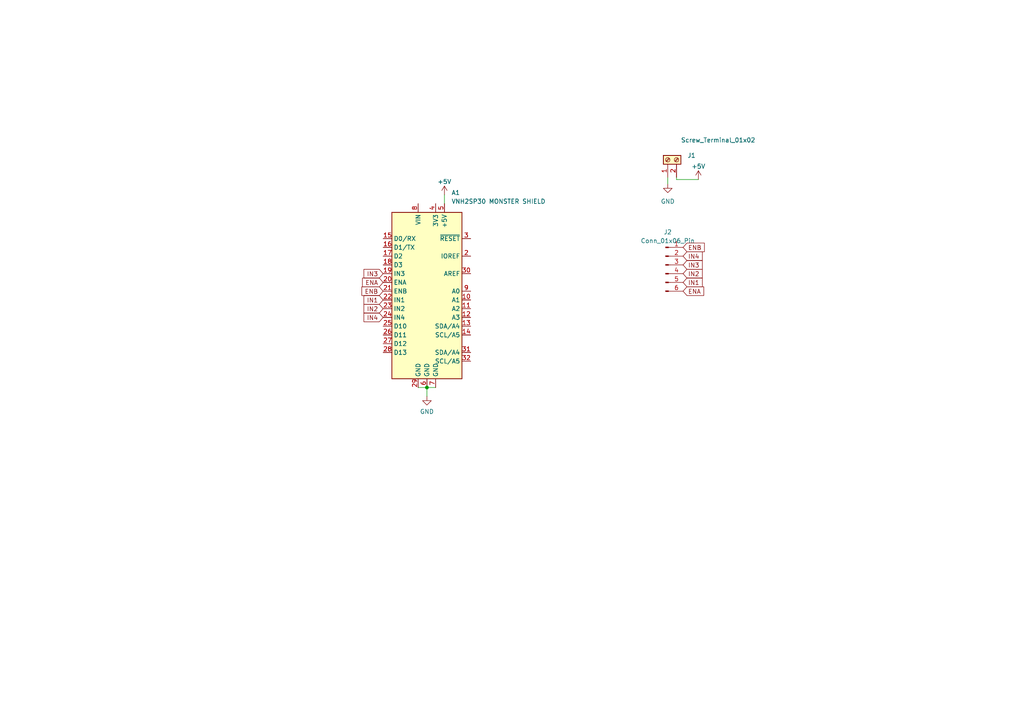
<source format=kicad_sch>
(kicad_sch (version 20230121) (generator eeschema)
  (paper "A4")
  (lib_symbols
    (symbol "Connector:Conn_01x06_Pin" (pin_names (offset 1.016) hide)
      (property "Reference" "J" (at 0 7.62 0))
      (property "Value" "Conn_01x06_Pin" (at 0 -10.16 0))
      (symbol "Conn_01x06_Pin_1_1"
        (polyline (pts (xy 1.27 -7.62) (xy 0.8636 -7.62)) (stroke (width 0.1524)))
        (polyline (pts (xy 1.27 -5.08) (xy 0.8636 -5.08)) (stroke (width 0.1524)))
        (polyline (pts (xy 1.27 -2.54) (xy 0.8636 -2.54)) (stroke (width 0.1524)))
        (polyline (pts (xy 1.27 0) (xy 0.8636 0)) (stroke (width 0.1524)))
        (polyline (pts (xy 1.27 2.54) (xy 0.8636 2.54)) (stroke (width 0.1524)))
        (polyline (pts (xy 1.27 5.08) (xy 0.8636 5.08)) (stroke (width 0.1524)))
        (rectangle (start 0.8636 -7.493) (end 0 -7.747) (stroke (width 0.1524)) (fill (type outline)))
        (rectangle (start 0.8636 -4.953) (end 0 -5.207) (stroke (width 0.1524)) (fill (type outline)))
        (rectangle (start 0.8636 -2.413) (end 0 -2.667) (stroke (width 0.1524)) (fill (type outline)))
        (rectangle (start 0.8636 0.127) (end 0 -0.127) (stroke (width 0.1524)) (fill (type outline)))
        (rectangle (start 0.8636 2.667) (end 0 2.413) (stroke (width 0.1524)) (fill (type outline)))
        (rectangle (start 0.8636 5.207) (end 0 4.953) (stroke (width 0.1524)) (fill (type outline)))
        (pin passive line (at 5.08 5.08 180) (length 3.81) (name "Pin_1") (number "1"))
        (pin passive line (at 5.08 2.54 180) (length 3.81) (name "Pin_2") (number "2"))
        (pin passive line (at 5.08 0 180) (length 3.81) (name "Pin_3") (number "3"))
        (pin passive line (at 5.08 -2.54 180) (length 3.81) (name "Pin_4") (number "4"))
        (pin passive line (at 5.08 -5.08 180) (length 3.81) (name "Pin_5") (number "5"))
        (pin passive line (at 5.08 -7.62 180) (length 3.81) (name "Pin_6") (number "6"))
      )
    )
    (symbol "Connector:Screw_Terminal_01x02" (pin_names (offset 1.016) hide)
      (property "Reference" "J" (at 0 2.54 0))
      (property "Value" "Screw_Terminal_01x02" (at 0 -5.08 0))
      (symbol "Screw_Terminal_01x02_1_1"
        (rectangle (start -1.27 1.27) (end 1.27 -3.81) (stroke (width 0.254)) (fill (type background)))
        (circle (center 0 -2.54) (radius 0.635) (stroke (width 0.1524)))
        (polyline (pts (xy -0.5334 -2.2098) (xy 0.3302 -3.048)) (stroke (width 0.1524)))
        (polyline (pts (xy -0.5334 0.3302) (xy 0.3302 -0.508)) (stroke (width 0.1524)))
        (polyline (pts (xy -0.3556 -2.032) (xy 0.508 -2.8702)) (stroke (width 0.1524)))
        (polyline (pts (xy -0.3556 0.508) (xy 0.508 -0.3302)) (stroke (width 0.1524)))
        (circle (center 0 0) (radius 0.635) (stroke (width 0.1524)))
        (pin passive line (at -5.08 0 0) (length 3.81) (name "Pin_1") (number "1"))
        (pin passive line (at -5.08 -2.54 0) (length 3.81) (name "Pin_2") (number "2"))
      )
    )
    (symbol "MCU_Module:Arduino_UNO_R3"
      (property "Reference" "A1" (at 7.0994 28.575 0))
      (property "Value" "VNH2SP30 MONSTER SHIELD" (at 7.0994 26.035 0))
      (symbol "Arduino_UNO_R3_0_1"
        (rectangle (start -10.16 22.86) (end 10.16 -25.4) (stroke (width 0.254)) (fill (type background)))
      )
      (symbol "Arduino_UNO_R3_1_1"
        (pin no_connect line (at -10.16 -20.32 0) (length 2.54) hide (name "NC") (number "1"))
        (pin bidirectional line (at 12.7 -2.54 180) (length 2.54) (name "A1") (number "10"))
        (pin bidirectional line (at 12.7 -5.08 180) (length 2.54) (name "A2") (number "11"))
        (pin bidirectional line (at 12.7 -7.62 180) (length 2.54) (name "A3") (number "12"))
        (pin bidirectional line (at 12.7 -10.16 180) (length 2.54) (name "SDA/A4") (number "13"))
        (pin bidirectional line (at 12.7 -12.7 180) (length 2.54) (name "SCL/A5") (number "14"))
        (pin bidirectional line (at -12.7 15.24 0) (length 2.54) (name "D0/RX") (number "15"))
        (pin bidirectional line (at -12.7 12.7 0) (length 2.54) (name "D1/TX") (number "16"))
        (pin bidirectional line (at -12.7 10.16 0) (length 2.54) (name "D2") (number "17"))
        (pin bidirectional line (at -12.7 7.62 0) (length 2.54) (name "D3") (number "18"))
        (pin bidirectional line (at -12.7 5.08 0) (length 2.54) (name "IN3") (number "19"))
        (pin output line (at 12.7 10.16 180) (length 2.54) (name "IOREF") (number "2"))
        (pin bidirectional line (at -12.7 2.54 0) (length 2.54) (name "ENA") (number "20"))
        (pin bidirectional line (at -12.7 0 0) (length 2.54) (name "ENB") (number "21"))
        (pin bidirectional line (at -12.7 -2.54 0) (length 2.54) (name "IN1") (number "22"))
        (pin bidirectional line (at -12.7 -5.08 0) (length 2.54) (name "IN2") (number "23"))
        (pin bidirectional line (at -12.7 -7.62 0) (length 2.54) (name "IN4") (number "24"))
        (pin bidirectional line (at -12.7 -10.16 0) (length 2.54) (name "D10") (number "25"))
        (pin bidirectional line (at -12.7 -12.7 0) (length 2.54) (name "D11") (number "26"))
        (pin bidirectional line (at -12.7 -15.24 0) (length 2.54) (name "D12") (number "27"))
        (pin bidirectional line (at -12.7 -17.78 0) (length 2.54) (name "D13") (number "28"))
        (pin power_in line (at -2.54 -27.94 90) (length 2.54) (name "GND") (number "29"))
        (pin input line (at 12.7 15.24 180) (length 2.54) (name "~{RESET}") (number "3"))
        (pin input line (at 12.7 5.08 180) (length 2.54) (name "AREF") (number "30"))
        (pin bidirectional line (at 12.7 -17.78 180) (length 2.54) (name "SDA/A4") (number "31"))
        (pin bidirectional line (at 12.7 -20.32 180) (length 2.54) (name "SCL/A5") (number "32"))
        (pin power_out line (at 2.54 25.4 270) (length 2.54) (name "3V3") (number "4"))
        (pin power_out line (at 5.08 25.4 270) (length 2.54) (name "+5V") (number "5"))
        (pin power_in line (at 0 -27.94 90) (length 2.54) (name "GND") (number "6"))
        (pin power_in line (at 2.54 -27.94 90) (length 2.54) (name "GND") (number "7"))
        (pin power_in line (at -2.54 25.4 270) (length 2.54) (name "VIN") (number "8"))
        (pin bidirectional line (at 12.7 0 180) (length 2.54) (name "A0") (number "9"))
      )
    )
    (symbol "power:+5V" (power) (pin_names (offset 0))
      (property "Value" "+5V" (at 0 3.556 0))
      (symbol "+5V_0_1"
        (polyline (pts (xy -0.762 1.27) (xy 0 2.54)))
        (polyline (pts (xy 0 0) (xy 0 2.54)))
        (polyline (pts (xy 0 2.54) (xy 0.762 1.27)))
      )
      (symbol "+5V_1_1"
        (pin power_in line (at 0 0 90) (length 0) hide (name "+5V") (number "1"))
      )
    )
    (symbol "power:GND" (power) (pin_names (offset 0))
      (property "Value" "GND" (at 0 -3.81 0))
      (symbol "GND_0_1"
        (polyline (pts (xy 0 0) (xy 0 -1.27) (xy 1.27 -1.27) (xy 0 -2.54) (xy -1.27 -1.27) (xy 0 -1.27)))
      )
      (symbol "GND_1_1"
        (pin power_in line (at 0 0 270) (length 0) hide (name "GND") (number "1"))
      )
    )
  )
  (junction (at 123.825 112.395))
  (wire (pts (xy 121.285 112.395) (xy 123.825 112.395)))
  (wire (pts (xy 123.825 114.935) (xy 123.825 112.395)))
  (wire (pts (xy 196.215 52.07) (xy 196.215 51.435)))
  (wire (pts (xy 193.675 51.435) (xy 193.675 53.34)))
  (wire (pts (xy 128.905 56.515) (xy 128.905 59.055)))
  (wire (pts (xy 123.825 112.395) (xy 126.365 112.395)))
  (wire (pts (xy 202.565 52.07) (xy 196.215 52.07)))
  (global_label "IN4" (shape input) (at 198.12 74.295 0) (property "Intersheetrefs" "${INTERSHEET_REFS}" (effects hide)))
  (global_label "IN3" (shape input) (at 111.125 79.375 180) (property "Intersheetrefs" "${INTERSHEET_REFS}" (effects hide)))
  (global_label "ENA" (shape input) (at 111.125 81.915 180) (property "Intersheetrefs" "${INTERSHEET_REFS}" (effects hide)))
  (global_label "IN4" (shape input) (at 111.125 92.075 180) (property "Intersheetrefs" "${INTERSHEET_REFS}" (effects hide)))
  (global_label "ENB" (shape input) (at 198.12 71.755 0) (property "Intersheetrefs" "${INTERSHEET_REFS}" (effects hide)))
  (global_label "IN1" (shape input) (at 111.125 86.995 180) (property "Intersheetrefs" "${INTERSHEET_REFS}" (effects hide)))
  (global_label "IN2" (shape input) (at 198.12 79.375 0) (property "Intersheetrefs" "${INTERSHEET_REFS}" (effects hide)))
  (global_label "ENB" (shape input) (at 111.125 84.455 180) (property "Intersheetrefs" "${INTERSHEET_REFS}" (effects hide)))
  (global_label "IN2" (shape input) (at 111.125 89.535 180) (property "Intersheetrefs" "${INTERSHEET_REFS}" (effects hide)))
  (global_label "ENA" (shape input) (at 198.12 84.455 0) (property "Intersheetrefs" "${INTERSHEET_REFS}" (effects hide)))
  (global_label "IN1" (shape input) (at 198.12 81.915 0) (property "Intersheetrefs" "${INTERSHEET_REFS}" (effects hide)))
  (global_label "IN3" (shape input) (at 198.12 76.835 0) (property "Intersheetrefs" "${INTERSHEET_REFS}" (effects hide)))
  (symbol (lib_id "power:+5V") (at 128.905 56.515 0) (unit 1)
    (property "Reference" "#PWR04" (effects hide))
    (property "Value" "+5V" (at 128.905 52.705 0))
  )
  (symbol (lib_id "power:GND") (at 193.675 53.34 0) (unit 1)
    (property "Reference" "#PWR03" (effects hide))
    (property "Value" "GND" (at 193.675 58.42 0))
  )
  (symbol (lib_id "Connector:Screw_Terminal_01x02") (at 193.675 46.355 90) (unit 1)
    (property "Reference" "J1" (at 199.39 45.0849 90) (effects (justify right)))
    (property "Value" "Screw_Terminal_01x02" (at 197.485 40.64 90) (effects (justify right)))
    (property "Footprint" "TerminalBlock:TerminalBlock_bornier-2_P5.08mm" (effects hide))
  )
  (symbol (lib_id "power:+5V") (at 202.565 52.07 0) (unit 1)
    (property "Reference" "#PWR02" (effects hide))
    (property "Value" "+5V" (at 202.565 48.26 0))
  )
  (symbol (lib_id "MCU_Module:Arduino_UNO_R3") (at 123.825 84.455 0) (unit 1)
    (property "Reference" "A1" (at 130.9244 55.88 0) (effects (justify left)))
    (property "Value" "VNH2SP30 MONSTER SHIELD" (at 130.9244 58.42 0) (effects (justify left)))
    (property "Footprint" "Module:Arduino_UNO_R3" (effects hide))
    (property "Datasheet" "https://www.arduino.cc/en/Main/arduinoBoardUno" (effects hide))
  )
  (symbol (lib_id "Connector:Conn_01x06_Pin") (at 193.04 76.835 0) (unit 1)
    (property "Reference" "J2" (at 193.675 67.31 0))
    (property "Value" "Conn_01x06_Pin" (at 193.675 69.85 0))
    (property "Footprint" "Connector_PinHeader_2.54mm:PinHeader_1x06_P2.54mm_Horizontal" (effects hide))
  )
  (symbol (lib_id "power:GND") (at 123.825 114.935 0) (unit 1)
    (property "Reference" "#PWR01" (effects hide))
    (property "Value" "GND" (at 123.825 119.38 0))
  )
)
</source>
